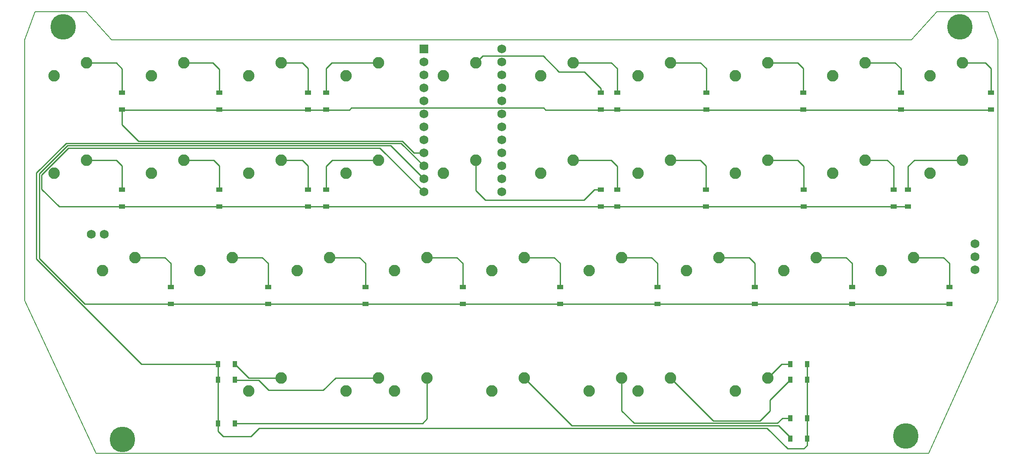
<source format=gbr>
G04 #@! TF.GenerationSoftware,KiCad,Pcbnew,(5.1.9)-1*
G04 #@! TF.CreationDate,2022-03-23T20:51:23-07:00*
G04 #@! TF.ProjectId,alphalpha_plus_v2,616c7068-616c-4706-9861-5f706c75735f,rev?*
G04 #@! TF.SameCoordinates,Original*
G04 #@! TF.FileFunction,Copper,L2,Bot*
G04 #@! TF.FilePolarity,Positive*
%FSLAX46Y46*%
G04 Gerber Fmt 4.6, Leading zero omitted, Abs format (unit mm)*
G04 Created by KiCad (PCBNEW (5.1.9)-1) date 2022-03-23 20:51:23*
%MOMM*%
%LPD*%
G01*
G04 APERTURE LIST*
G04 #@! TA.AperFunction,Profile*
%ADD10C,0.200000*%
G04 #@! TD*
G04 #@! TA.AperFunction,SMDPad,CuDef*
%ADD11R,1.200000X0.900000*%
G04 #@! TD*
G04 #@! TA.AperFunction,SMDPad,CuDef*
%ADD12R,0.900000X1.200000*%
G04 #@! TD*
G04 #@! TA.AperFunction,ComponentPad*
%ADD13C,2.250000*%
G04 #@! TD*
G04 #@! TA.AperFunction,ComponentPad*
%ADD14C,1.752600*%
G04 #@! TD*
G04 #@! TA.AperFunction,ComponentPad*
%ADD15C,2.900000*%
G04 #@! TD*
G04 #@! TA.AperFunction,ConnectorPad*
%ADD16C,5.000000*%
G04 #@! TD*
G04 #@! TA.AperFunction,ComponentPad*
%ADD17R,1.752600X1.752600*%
G04 #@! TD*
G04 #@! TA.AperFunction,Conductor*
%ADD18C,0.250000*%
G04 #@! TD*
G04 APERTURE END LIST*
D10*
X19050000Y-19000000D02*
X19050000Y-70000000D01*
X33020000Y-99900000D02*
X196000000Y-99900000D01*
X21050000Y-13500000D02*
X31050000Y-13500000D01*
X209550000Y-19000000D02*
X209550000Y-70000000D01*
X19050000Y-70000000D02*
X33020000Y-99900000D01*
X196000000Y-99900000D02*
X209550000Y-70000000D01*
X19050000Y-19000000D02*
X21050000Y-13500000D01*
X31050000Y-13500000D02*
X36050000Y-19000000D01*
X209550000Y-19000000D02*
X207550000Y-13500000D01*
X197550000Y-13500000D02*
X207550000Y-13500000D01*
X197550000Y-13500000D02*
X192550000Y-19000000D01*
X36050000Y-19000000D02*
X192550000Y-19000000D01*
D11*
X38100000Y-29350000D03*
X38100000Y-32650000D03*
X57137300Y-32650000D03*
X57137300Y-29350000D03*
X74500000Y-29350000D03*
X74500000Y-32650000D03*
X78000000Y-32650000D03*
X78000000Y-29350000D03*
X131750000Y-32650000D03*
X131750000Y-29350000D03*
X135000000Y-32650000D03*
X135000000Y-29350000D03*
X152412700Y-32650000D03*
X152412700Y-29350000D03*
X171450000Y-29350000D03*
X171450000Y-32650000D03*
X190525400Y-29350000D03*
X190525400Y-32650000D03*
X208165700Y-29350000D03*
X208165700Y-32650000D03*
X38100000Y-51650000D03*
X38100000Y-48350000D03*
X57150000Y-48350000D03*
X57150000Y-51650000D03*
X74500000Y-51650000D03*
X74500000Y-48350000D03*
X78000000Y-51650000D03*
X78000000Y-48350000D03*
X131750000Y-48350000D03*
X131750000Y-51650000D03*
X135000000Y-51650000D03*
X135000000Y-48350000D03*
X152374600Y-48350000D03*
X152374600Y-51650000D03*
X171462700Y-51650000D03*
X171462700Y-48350000D03*
X189077600Y-51650000D03*
X189077600Y-48350000D03*
X191922400Y-48350000D03*
X191922400Y-51650000D03*
X47625000Y-67350000D03*
X47625000Y-70650000D03*
X66675000Y-70650000D03*
X66675000Y-67350000D03*
X85725000Y-67350000D03*
X85725000Y-70650000D03*
X104775000Y-70650000D03*
X104775000Y-67350000D03*
X123825000Y-67350000D03*
X123825000Y-70650000D03*
X142875000Y-67350000D03*
X142875000Y-70650000D03*
X161937700Y-70650000D03*
X161937700Y-67350000D03*
X180975000Y-67350000D03*
X180975000Y-70650000D03*
X200025000Y-70650000D03*
X200025000Y-67350000D03*
D12*
X172150000Y-97000000D03*
X168850000Y-97000000D03*
X56850000Y-85468400D03*
X60150000Y-85468400D03*
X172150000Y-85468400D03*
X168850000Y-85468400D03*
X60150000Y-82468400D03*
X56850000Y-82468400D03*
X60150000Y-94000000D03*
X56850000Y-94000000D03*
X168850000Y-93000000D03*
X172150000Y-93000000D03*
X168850000Y-82468400D03*
X172150000Y-82468400D03*
D13*
X31115000Y-23495000D03*
X24765000Y-26035000D03*
X50165000Y-23495000D03*
X43815000Y-26035000D03*
X69215000Y-23495000D03*
X62865000Y-26035000D03*
X88265000Y-23495000D03*
X81915000Y-26035000D03*
X107315000Y-23495000D03*
X100965000Y-26035000D03*
X126365000Y-23495000D03*
X120015000Y-26035000D03*
X145415000Y-23495000D03*
X139065000Y-26035000D03*
X164465000Y-23495000D03*
X158115000Y-26035000D03*
X183515000Y-23495000D03*
X177165000Y-26035000D03*
X202565000Y-23495000D03*
X196215000Y-26035000D03*
X31115000Y-42545000D03*
X24765000Y-45085000D03*
X50165000Y-42545000D03*
X43815000Y-45085000D03*
X69215000Y-42545000D03*
X62865000Y-45085000D03*
X88265000Y-42545000D03*
X81915000Y-45085000D03*
X107315000Y-42545000D03*
X100965000Y-45085000D03*
X126365000Y-42545000D03*
X120015000Y-45085000D03*
X145415000Y-42545000D03*
X139065000Y-45085000D03*
X164465000Y-42545000D03*
X158115000Y-45085000D03*
X183515000Y-42545000D03*
X177165000Y-45085000D03*
X202565000Y-42545000D03*
X196215000Y-45085000D03*
X40640000Y-61595000D03*
X34290000Y-64135000D03*
X59690000Y-61595000D03*
X53340000Y-64135000D03*
X78740000Y-61595000D03*
X72390000Y-64135000D03*
X97790000Y-61595000D03*
X91440000Y-64135000D03*
X116840000Y-61595000D03*
X110490000Y-64135000D03*
X135890000Y-61595000D03*
X129540000Y-64135000D03*
X154940000Y-61595000D03*
X148590000Y-64135000D03*
X173990000Y-61595000D03*
X167640000Y-64135000D03*
X193040000Y-61595000D03*
X186690000Y-64135000D03*
X69215000Y-85145000D03*
X62865000Y-87685000D03*
X164465000Y-85145000D03*
X158115000Y-87685000D03*
D14*
X32054800Y-57077200D03*
X34594800Y-57077200D03*
X205000000Y-64020700D03*
X205000000Y-61480700D03*
X205000000Y-58940700D03*
D15*
X26575000Y-16500000D03*
D16*
X26575000Y-16500000D03*
X202025000Y-16500000D03*
D15*
X202025000Y-16500000D03*
X191452500Y-96481900D03*
D16*
X191452500Y-96481900D03*
X38112700Y-97193100D03*
D15*
X38112700Y-97193100D03*
D14*
X112382300Y-20840700D03*
X97142300Y-48780700D03*
X112382300Y-23380700D03*
X112382300Y-25920700D03*
X112382300Y-28460700D03*
X112382300Y-31000700D03*
X112382300Y-33540700D03*
X112382300Y-36080700D03*
X112382300Y-38620700D03*
X112382300Y-41160700D03*
X112382300Y-43700700D03*
X112382300Y-46240700D03*
X112382300Y-48780700D03*
X97142300Y-46240700D03*
X97142300Y-43700700D03*
X97142300Y-41160700D03*
X97142300Y-38620700D03*
X97142300Y-36080700D03*
X97142300Y-33540700D03*
X97142300Y-31000700D03*
X97142300Y-28460700D03*
X97142300Y-25920700D03*
X97142300Y-23380700D03*
D17*
X97142300Y-20840700D03*
D13*
X91440000Y-87685000D03*
X97790000Y-85145000D03*
X129540000Y-87685000D03*
X135890000Y-85145000D03*
X116840000Y-85145000D03*
X110490000Y-87685000D03*
X81915000Y-87685000D03*
X88265000Y-85145000D03*
X139065000Y-87685000D03*
X145415000Y-85145000D03*
D18*
X38177900Y-32727900D02*
X38100000Y-32650000D01*
X120581301Y-32339399D02*
X82951201Y-32339399D01*
X120944402Y-32702500D02*
X120581301Y-32339399D01*
X208113200Y-32702500D02*
X120944402Y-32702500D01*
X82562700Y-32727900D02*
X38177900Y-32727900D01*
X82951201Y-32339399D02*
X82562700Y-32727900D01*
X208165700Y-32650000D02*
X208113200Y-32702500D01*
X38100000Y-35623500D02*
X38100000Y-32650000D01*
X41275000Y-38798500D02*
X38100000Y-35623500D01*
X92887800Y-38798500D02*
X41275000Y-38798500D01*
X95250000Y-41160700D02*
X92887800Y-38798500D01*
X97142300Y-41160700D02*
X95250000Y-41160700D01*
X191935100Y-51650000D02*
X38100000Y-51650000D01*
X88530022Y-40168422D02*
X97142300Y-48780700D01*
X38100000Y-51650000D02*
X25743998Y-51650000D01*
X27535576Y-40168422D02*
X88530022Y-40168422D01*
X22295000Y-48201001D02*
X22295000Y-45408998D01*
X25743998Y-51650000D02*
X22295000Y-48201001D01*
X22295000Y-45408998D02*
X27535576Y-40168422D01*
X47625000Y-70650000D02*
X199099999Y-70650000D01*
X27349177Y-39718411D02*
X90620011Y-39718411D01*
X90620011Y-39718411D02*
X97142300Y-46240700D01*
X21844990Y-45222598D02*
X27349177Y-39718411D01*
X21844990Y-61748390D02*
X21844990Y-45222598D01*
X30746600Y-70650000D02*
X21844990Y-61748390D01*
X47625000Y-70650000D02*
X30746600Y-70650000D01*
X199099999Y-70650000D02*
X200025000Y-70650000D01*
X56850000Y-94000000D02*
X56850000Y-85468400D01*
X56850000Y-85468400D02*
X56850000Y-82468400D01*
X27101800Y-39268400D02*
X92710000Y-39268400D01*
X21323300Y-45046900D02*
X27101800Y-39268400D01*
X21323300Y-61887100D02*
X21323300Y-45046900D01*
X92710000Y-39268400D02*
X97142300Y-43700700D01*
X41904600Y-82468400D02*
X21323300Y-61887100D01*
X56850000Y-82468400D02*
X41904600Y-82468400D01*
X171526200Y-98958400D02*
X172150000Y-98334600D01*
X168325800Y-98958400D02*
X171526200Y-98958400D01*
X164312600Y-94945200D02*
X168325800Y-98958400D01*
X64897000Y-94945200D02*
X164312600Y-94945200D01*
X63271400Y-96570800D02*
X64897000Y-94945200D01*
X57835800Y-96570800D02*
X63271400Y-96570800D01*
X172150000Y-98334600D02*
X172150000Y-97000000D01*
X56850000Y-95585000D02*
X57835800Y-96570800D01*
X56850000Y-94000000D02*
X56850000Y-95585000D01*
X172150000Y-97000000D02*
X172150000Y-93000000D01*
X172150000Y-93000000D02*
X172150000Y-85468400D01*
X172150000Y-85468400D02*
X172150000Y-82468400D01*
X38100000Y-29350000D02*
X38100000Y-24663400D01*
X36931600Y-23495000D02*
X31115000Y-23495000D01*
X38100000Y-24663400D02*
X36931600Y-23495000D01*
X57137300Y-29350000D02*
X57137300Y-24765000D01*
X55867300Y-23495000D02*
X50165000Y-23495000D01*
X57137300Y-24765000D02*
X55867300Y-23495000D01*
X74500000Y-29350000D02*
X74500000Y-24627100D01*
X73367900Y-23495000D02*
X69215000Y-23495000D01*
X74500000Y-24627100D02*
X73367900Y-23495000D01*
X78000000Y-29350000D02*
X78000000Y-24641400D01*
X79146400Y-23495000D02*
X88265000Y-23495000D01*
X78000000Y-24641400D02*
X79146400Y-23495000D01*
X120502799Y-22179399D02*
X108630601Y-22179399D01*
X123609100Y-25285700D02*
X120502799Y-22179399D01*
X108630601Y-22179399D02*
X107315000Y-23495000D01*
X128562100Y-25285700D02*
X123609100Y-25285700D01*
X131750000Y-28473600D02*
X128562100Y-25285700D01*
X131750000Y-29350000D02*
X131750000Y-28473600D01*
X135000000Y-29350000D02*
X135000000Y-24649700D01*
X133845300Y-23495000D02*
X126365000Y-23495000D01*
X135000000Y-24649700D02*
X133845300Y-23495000D01*
X152412700Y-29350000D02*
X152412700Y-24638000D01*
X151269700Y-23495000D02*
X145415000Y-23495000D01*
X152412700Y-24638000D02*
X151269700Y-23495000D01*
X171450000Y-29350000D02*
X171450000Y-24638000D01*
X170307000Y-23495000D02*
X164465000Y-23495000D01*
X171450000Y-24638000D02*
X170307000Y-23495000D01*
X190525400Y-29350000D02*
X190525400Y-24625300D01*
X189395100Y-23495000D02*
X183515000Y-23495000D01*
X190525400Y-24625300D02*
X189395100Y-23495000D01*
X208165700Y-29350000D02*
X208165700Y-24612600D01*
X207048100Y-23495000D02*
X202565000Y-23495000D01*
X208165700Y-24612600D02*
X207048100Y-23495000D01*
X38100000Y-48350000D02*
X38100000Y-43662600D01*
X36982400Y-42545000D02*
X31115000Y-42545000D01*
X38100000Y-43662600D02*
X36982400Y-42545000D01*
X57150000Y-48350000D02*
X57150000Y-43688000D01*
X56007000Y-42545000D02*
X50165000Y-42545000D01*
X57150000Y-43688000D02*
X56007000Y-42545000D01*
X74500000Y-48350000D02*
X74500000Y-43677100D01*
X73367900Y-42545000D02*
X69215000Y-42545000D01*
X74500000Y-43677100D02*
X73367900Y-42545000D01*
X78000000Y-48350000D02*
X78000000Y-43716800D01*
X79171800Y-42545000D02*
X88265000Y-42545000D01*
X78000000Y-43716800D02*
X79171800Y-42545000D01*
X107315000Y-48514000D02*
X107315000Y-42545000D01*
X109181900Y-50380900D02*
X107315000Y-48514000D01*
X128447800Y-50380900D02*
X109181900Y-50380900D01*
X130478700Y-48350000D02*
X128447800Y-50380900D01*
X131750000Y-48350000D02*
X130478700Y-48350000D01*
X135000000Y-48350000D02*
X135000000Y-43725100D01*
X133819900Y-42545000D02*
X126365000Y-42545000D01*
X135000000Y-43725100D02*
X133819900Y-42545000D01*
X152374600Y-48350000D02*
X152374600Y-43688000D01*
X151231600Y-42545000D02*
X145415000Y-42545000D01*
X152374600Y-43688000D02*
X151231600Y-42545000D01*
X171462700Y-48350000D02*
X171462700Y-43713400D01*
X170294300Y-42545000D02*
X164465000Y-42545000D01*
X171462700Y-43713400D02*
X170294300Y-42545000D01*
X189077600Y-48350000D02*
X189077600Y-43776900D01*
X187845700Y-42545000D02*
X183515000Y-42545000D01*
X189077600Y-43776900D02*
X187845700Y-42545000D01*
X191922400Y-48350000D02*
X191922400Y-43776900D01*
X193154300Y-42545000D02*
X202565000Y-42545000D01*
X191922400Y-43776900D02*
X193154300Y-42545000D01*
X47625000Y-67350000D02*
X47625000Y-62750700D01*
X46469300Y-61595000D02*
X40640000Y-61595000D01*
X47625000Y-62750700D02*
X46469300Y-61595000D01*
X66675000Y-67350000D02*
X66675000Y-62750700D01*
X65519300Y-61595000D02*
X59690000Y-61595000D01*
X66675000Y-62750700D02*
X65519300Y-61595000D01*
X85725000Y-67350000D02*
X85725000Y-62738000D01*
X84582000Y-61595000D02*
X78740000Y-61595000D01*
X85725000Y-62738000D02*
X84582000Y-61595000D01*
X104775000Y-67350000D02*
X104775000Y-62750700D01*
X103619300Y-61595000D02*
X97790000Y-61595000D01*
X104775000Y-62750700D02*
X103619300Y-61595000D01*
X123825000Y-67350000D02*
X123825000Y-62738000D01*
X122682000Y-61595000D02*
X116840000Y-61595000D01*
X123825000Y-62738000D02*
X122682000Y-61595000D01*
X142875000Y-67350000D02*
X142875000Y-62738000D01*
X141732000Y-61595000D02*
X135890000Y-61595000D01*
X142875000Y-62738000D02*
X141732000Y-61595000D01*
X161937700Y-67350000D02*
X161937700Y-62738000D01*
X160794700Y-61595000D02*
X154940000Y-61595000D01*
X161937700Y-62738000D02*
X160794700Y-61595000D01*
X180975000Y-67350000D02*
X180975000Y-62750700D01*
X179819300Y-61595000D02*
X173990000Y-61595000D01*
X180975000Y-62750700D02*
X179819300Y-61595000D01*
X200025000Y-67350000D02*
X200025000Y-62738000D01*
X198882000Y-61595000D02*
X193040000Y-61595000D01*
X200025000Y-62738000D02*
X198882000Y-61595000D01*
X62826600Y-85145000D02*
X69215000Y-85145000D01*
X60150000Y-82468400D02*
X62826600Y-85145000D01*
X77457300Y-87541100D02*
X79853400Y-85145000D01*
X66751200Y-87541100D02*
X77457300Y-87541100D01*
X64805110Y-85595010D02*
X66751200Y-87541100D01*
X60276610Y-85595010D02*
X64805110Y-85595010D01*
X79853400Y-85145000D02*
X88265000Y-85145000D01*
X60150000Y-85468400D02*
X60276610Y-85595010D01*
X60150000Y-94000000D02*
X96868300Y-94000000D01*
X97790000Y-93078300D02*
X97790000Y-85145000D01*
X96868300Y-94000000D02*
X97790000Y-93078300D01*
X126119500Y-94424500D02*
X116840000Y-85145000D01*
X166560500Y-94424500D02*
X126119500Y-94424500D01*
X168850000Y-96714000D02*
X166560500Y-94424500D01*
X168850000Y-97000000D02*
X168850000Y-96714000D01*
X135890000Y-91559172D02*
X135890000Y-85145000D01*
X166338821Y-93974489D02*
X138305317Y-93974489D01*
X138305317Y-93974489D02*
X135890000Y-91559172D01*
X167313310Y-93000000D02*
X166338821Y-93974489D01*
X168850000Y-93000000D02*
X167313310Y-93000000D01*
X153780100Y-93510100D02*
X145415000Y-85145000D01*
X162941000Y-93510100D02*
X153780100Y-93510100D01*
X164871400Y-91579700D02*
X162941000Y-93510100D01*
X164871400Y-89447000D02*
X164871400Y-91579700D01*
X168850000Y-85468400D02*
X164871400Y-89447000D01*
X167141600Y-82468400D02*
X164465000Y-85145000D01*
X168850000Y-82468400D02*
X167141600Y-82468400D01*
M02*

</source>
